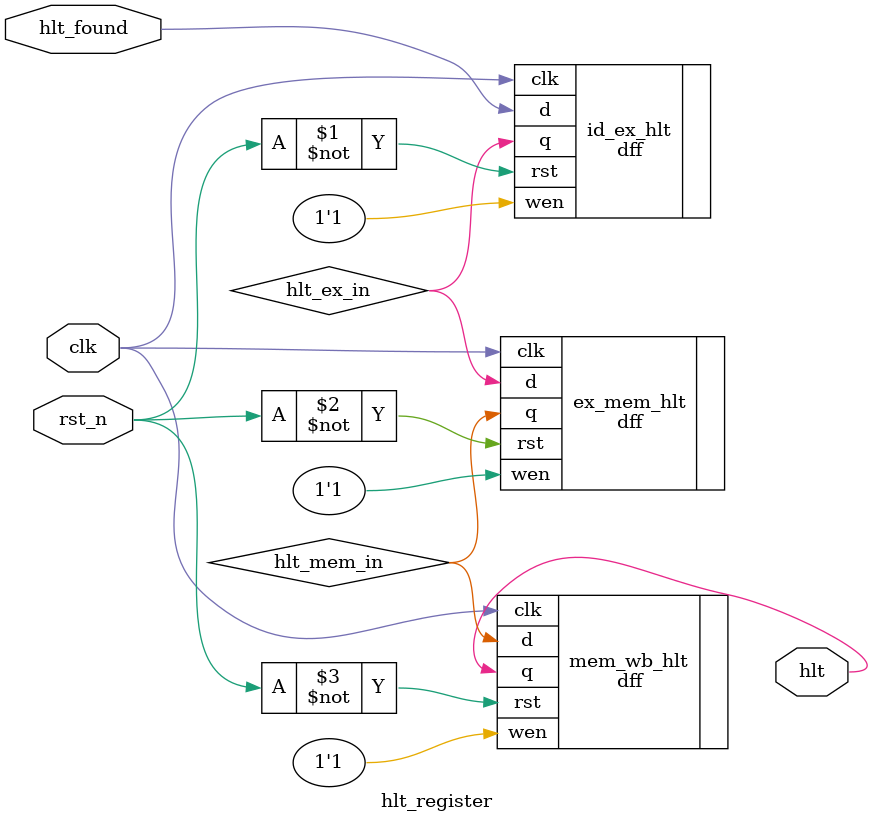
<source format=v>
module hlt_register(clk, rst_n, hlt_found, hlt);

input clk, rst_n, hlt_found;

output hlt;

wire hlt_ex_in, hlt_mem_in;

dff	id_ex_hlt(.q(hlt_ex_in), .d(hlt_found), .wen(1'b1), .clk(clk), .rst(~rst_n)),
	ex_mem_hlt(.q(hlt_mem_in), .d(hlt_ex_in), .wen(1'b1), .clk(clk), .rst(~rst_n)),
	mem_wb_hlt(.q(hlt), .d(hlt_mem_in), .wen(1'b1), .clk(clk), .rst(~rst_n));

endmodule

</source>
